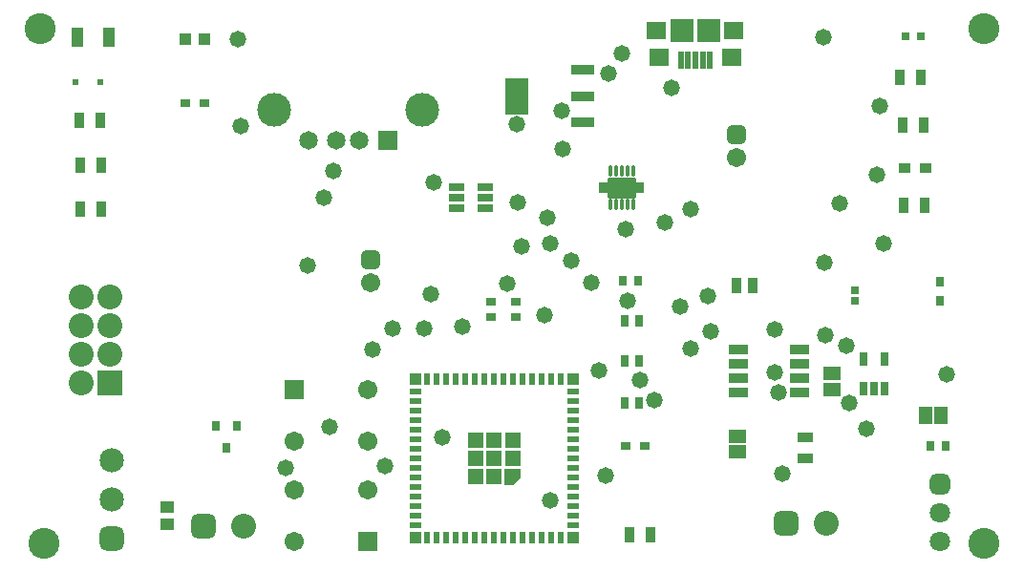
<source format=gbr>
G04*
G04 #@! TF.GenerationSoftware,Altium Limited,Altium Designer,25.8.1 (18)*
G04*
G04 Layer_Color=8388736*
%FSLAX44Y44*%
%MOMM*%
G71*
G04*
G04 #@! TF.SameCoordinates,0AA87B99-36C4-491F-804F-3ED42A066D7D*
G04*
G04*
G04 #@! TF.FilePolarity,Negative*
G04*
G01*
G75*
%ADD22R,0.9500X1.3500*%
%ADD23R,1.0000X0.9000*%
%ADD26R,2.1500X0.9500*%
%ADD28R,0.9500X1.4000*%
%ADD31R,0.6725X0.7154*%
%ADD32R,0.8000X0.9000*%
%ADD35R,0.6500X0.7000*%
%ADD37R,0.6587X0.8121*%
%ADD38R,1.4000X0.9500*%
%ADD39R,2.1500X3.2500*%
%ADD44R,0.8121X0.6587*%
%ADD46R,1.0587X1.0121*%
%ADD50R,1.0000X1.8000*%
%ADD51R,0.9000X0.8000*%
%ADD52R,1.5532X1.3032*%
%ADD53R,0.7532X1.2532*%
%ADD54R,1.7292X0.8532*%
G04:AMPARAMS|DCode=55|XSize=0.42mm|YSize=0.99mm|CornerRadius=0.1204mm|HoleSize=0mm|Usage=FLASHONLY|Rotation=0.000|XOffset=0mm|YOffset=0mm|HoleType=Round|Shape=RoundedRectangle|*
%AMROUNDEDRECTD55*
21,1,0.4200,0.7492,0,0,0.0*
21,1,0.1792,0.9900,0,0,0.0*
1,1,0.2408,0.0896,-0.3746*
1,1,0.2408,-0.0896,-0.3746*
1,1,0.2408,-0.0896,0.3746*
1,1,0.2408,0.0896,0.3746*
%
%ADD55ROUNDEDRECTD55*%
%ADD56R,0.8032X1.0032*%
%ADD57R,1.0032X0.6032*%
%ADD58R,1.2032X1.0032*%
%ADD59R,1.3032X1.5532*%
%ADD60R,0.6032X1.5532*%
%ADD61R,1.0032X1.0032*%
%ADD62R,1.4032X1.4032*%
%ADD63R,0.6000X0.6000*%
%ADD64R,0.8032X0.9032*%
%ADD65R,0.6032X1.0032*%
%ADD66R,1.4032X0.8032*%
G04:AMPARAMS|DCode=67|XSize=1.79mm|YSize=2.54mm|CornerRadius=0.1195mm|HoleSize=0mm|Usage=FLASHONLY|Rotation=270.000|XOffset=0mm|YOffset=0mm|HoleType=Round|Shape=RoundedRectangle|*
%AMROUNDEDRECTD67*
21,1,1.7900,2.3010,0,0,270.0*
21,1,1.5510,2.5400,0,0,270.0*
1,1,0.2390,-1.1505,-0.7755*
1,1,0.2390,-1.1505,0.7755*
1,1,0.2390,1.1505,0.7755*
1,1,0.2390,1.1505,-0.7755*
%
%ADD67ROUNDEDRECTD67*%
%ADD68R,2.1032X2.1032*%
%ADD69R,1.6532X1.5032*%
%ADD70R,1.8032X1.6032*%
%ADD71R,0.9032X0.4832*%
G04:AMPARAMS|DCode=72|XSize=1.7032mm|YSize=1.7032mm|CornerRadius=0.4766mm|HoleSize=0mm|Usage=FLASHONLY|Rotation=90.000|XOffset=0mm|YOffset=0mm|HoleType=Round|Shape=RoundedRectangle|*
%AMROUNDEDRECTD72*
21,1,1.7032,0.7500,0,0,90.0*
21,1,0.7500,1.7032,0,0,90.0*
1,1,0.9532,0.3750,0.3750*
1,1,0.9532,0.3750,-0.3750*
1,1,0.9532,-0.3750,-0.3750*
1,1,0.9532,-0.3750,0.3750*
%
%ADD72ROUNDEDRECTD72*%
%ADD73C,1.8032*%
G04:AMPARAMS|DCode=74|XSize=2.2032mm|YSize=2.2032mm|CornerRadius=0.6016mm|HoleSize=0mm|Usage=FLASHONLY|Rotation=0.000|XOffset=0mm|YOffset=0mm|HoleType=Round|Shape=RoundedRectangle|*
%AMROUNDEDRECTD74*
21,1,2.2032,1.0000,0,0,0.0*
21,1,1.0000,2.2032,0,0,0.0*
1,1,1.2032,0.5000,-0.5000*
1,1,1.2032,-0.5000,-0.5000*
1,1,1.2032,-0.5000,0.5000*
1,1,1.2032,0.5000,0.5000*
%
%ADD74ROUNDEDRECTD74*%
%ADD75C,2.2032*%
%ADD76R,2.2032X2.2032*%
%ADD77C,1.7032*%
%ADD78C,1.6532*%
%ADD79R,1.7032X1.7032*%
G04:AMPARAMS|DCode=80|XSize=2.1532mm|YSize=2.1532mm|CornerRadius=0.5891mm|HoleSize=0mm|Usage=FLASHONLY|Rotation=90.000|XOffset=0mm|YOffset=0mm|HoleType=Round|Shape=RoundedRectangle|*
%AMROUNDEDRECTD80*
21,1,2.1532,0.9750,0,0,90.0*
21,1,0.9750,2.1532,0,0,90.0*
1,1,1.1782,0.4875,0.4875*
1,1,1.1782,0.4875,-0.4875*
1,1,1.1782,-0.4875,-0.4875*
1,1,1.1782,-0.4875,0.4875*
%
%ADD80ROUNDEDRECTD80*%
%ADD81C,2.1532*%
%ADD82C,3.0032*%
%ADD83R,1.6532X1.6532*%
G04:AMPARAMS|DCode=84|XSize=1.8032mm|YSize=1.8032mm|CornerRadius=0.5016mm|HoleSize=0mm|Usage=FLASHONLY|Rotation=270.000|XOffset=0mm|YOffset=0mm|HoleType=Round|Shape=RoundedRectangle|*
%AMROUNDEDRECTD84*
21,1,1.8032,0.8000,0,0,270.0*
21,1,0.8000,1.8032,0,0,270.0*
1,1,1.0032,-0.4000,-0.4000*
1,1,1.0032,-0.4000,0.4000*
1,1,1.0032,0.4000,0.4000*
1,1,1.0032,0.4000,-0.4000*
%
%ADD84ROUNDEDRECTD84*%
%ADD85C,1.4732*%
%ADD86C,2.7432*%
G36*
X967070Y341030D02*
X981070D01*
Y333530D01*
X974570Y327030D01*
X967070D01*
Y341030D01*
D02*
G37*
D22*
X1187210Y504190D02*
D03*
X1172210D02*
D03*
D23*
X1339850Y608330D02*
D03*
X1321850D02*
D03*
D26*
X1036110Y694830D02*
D03*
Y671830D02*
D03*
Y648830D02*
D03*
D28*
X1096010Y283210D02*
D03*
X1316990Y688340D02*
D03*
X1319530Y646430D02*
D03*
X1339300Y575310D02*
D03*
X1077510Y283210D02*
D03*
X609600Y610870D02*
D03*
X608330Y650240D02*
D03*
X591100Y571500D02*
D03*
Y610870D02*
D03*
X589830Y650240D02*
D03*
X1335490Y688340D02*
D03*
X1338030Y646430D02*
D03*
X1320800Y575310D02*
D03*
X609600Y571500D02*
D03*
D31*
X1277620Y499791D02*
D03*
Y490220D02*
D03*
D32*
X1352550Y507220D02*
D03*
Y490220D02*
D03*
D35*
X1322540Y725170D02*
D03*
X1336040D02*
D03*
D37*
X1344513Y361950D02*
D03*
X1358047D02*
D03*
X1085414Y508000D02*
D03*
X1071880D02*
D03*
D38*
X1233170Y369020D02*
D03*
Y350520D02*
D03*
D39*
X978110Y671830D02*
D03*
D44*
X976630Y476250D02*
D03*
X955090Y489784D02*
D03*
Y476250D02*
D03*
X976630Y489784D02*
D03*
D46*
X683506Y722630D02*
D03*
X701040D02*
D03*
D50*
X587950Y723900D02*
D03*
X615950D02*
D03*
D51*
X701040Y665480D02*
D03*
X684040D02*
D03*
X1074420Y361950D02*
D03*
X1091420D02*
D03*
D52*
X1257300Y425480D02*
D03*
Y411480D02*
D03*
X1173480Y370220D02*
D03*
Y356220D02*
D03*
D53*
X1284630Y438450D02*
D03*
X1303630D02*
D03*
Y412450D02*
D03*
X1284630D02*
D03*
X1294130D02*
D03*
D54*
X1228540Y434340D02*
D03*
X1174300D02*
D03*
X1228540Y408940D02*
D03*
X1174300Y421640D02*
D03*
Y447040D02*
D03*
Y408940D02*
D03*
X1228540Y447040D02*
D03*
Y421640D02*
D03*
D55*
X1080610Y575800D02*
D03*
X1060610Y605300D02*
D03*
X1075610Y575800D02*
D03*
X1060610D02*
D03*
X1080610Y605300D02*
D03*
X1075610D02*
D03*
X1070610D02*
D03*
X1065610D02*
D03*
Y575800D02*
D03*
X1070610D02*
D03*
D56*
X1086000Y400050D02*
D03*
Y472440D02*
D03*
X1073000Y400050D02*
D03*
Y472440D02*
D03*
Y436880D02*
D03*
X1086000D02*
D03*
D57*
X1027570Y308030D02*
D03*
X887570Y384530D02*
D03*
Y367530D02*
D03*
Y376030D02*
D03*
Y359030D02*
D03*
X1027570Y299530D02*
D03*
Y291030D02*
D03*
X887570Y316530D02*
D03*
Y308030D02*
D03*
Y291030D02*
D03*
Y299530D02*
D03*
Y325030D02*
D03*
Y342030D02*
D03*
Y350530D02*
D03*
Y393030D02*
D03*
Y401530D02*
D03*
Y410030D02*
D03*
X1027570D02*
D03*
Y401530D02*
D03*
Y393030D02*
D03*
Y384530D02*
D03*
Y376030D02*
D03*
Y367530D02*
D03*
Y359030D02*
D03*
Y350530D02*
D03*
Y342030D02*
D03*
Y333530D02*
D03*
Y325030D02*
D03*
Y316530D02*
D03*
X887570Y333530D02*
D03*
D58*
X668020Y292340D02*
D03*
Y307340D02*
D03*
D59*
X1353820Y388620D02*
D03*
X1339820D02*
D03*
D60*
X1129450Y703500D02*
D03*
X1122950D02*
D03*
X1135950D02*
D03*
X1142450D02*
D03*
X1148950D02*
D03*
D61*
X1027570Y420530D02*
D03*
X887570D02*
D03*
X1027570Y280530D02*
D03*
X887570D02*
D03*
D62*
X974070Y367030D02*
D03*
X941070D02*
D03*
X957570D02*
D03*
X974070Y350530D02*
D03*
X957570D02*
D03*
Y334030D02*
D03*
X941070Y350530D02*
D03*
Y334030D02*
D03*
D63*
X608330Y684530D02*
D03*
X586330D02*
D03*
D64*
X710590Y379570D02*
D03*
X729590D02*
D03*
X720090Y359570D02*
D03*
D65*
X966070Y280530D02*
D03*
X957570D02*
D03*
X1017070D02*
D03*
X1000070D02*
D03*
X1008570D02*
D03*
X991570D02*
D03*
X974570D02*
D03*
X983070D02*
D03*
X940570D02*
D03*
X949070D02*
D03*
X923570D02*
D03*
X932070D02*
D03*
X906570D02*
D03*
X915070D02*
D03*
X898070D02*
D03*
Y420530D02*
D03*
X906570D02*
D03*
X915070D02*
D03*
X923570D02*
D03*
X932070D02*
D03*
X940570D02*
D03*
X949070D02*
D03*
X957570D02*
D03*
X966070D02*
D03*
X974570D02*
D03*
X983070D02*
D03*
X991570D02*
D03*
X1000070D02*
D03*
X1008570D02*
D03*
X1017070D02*
D03*
D66*
X949760Y572160D02*
D03*
Y591160D02*
D03*
Y581660D02*
D03*
X924760D02*
D03*
Y572160D02*
D03*
Y591160D02*
D03*
D67*
X1070610Y590550D02*
D03*
D68*
X1123950Y730250D02*
D03*
X1147950D02*
D03*
D69*
X1101700D02*
D03*
X1170200D02*
D03*
D70*
X1103950Y705750D02*
D03*
X1167950D02*
D03*
D71*
X1086109Y593091D02*
D03*
Y588090D02*
D03*
X1055109D02*
D03*
Y593091D02*
D03*
D72*
X1172210Y637220D02*
D03*
X848360Y526730D02*
D03*
D73*
X1352550Y276860D02*
D03*
Y302260D02*
D03*
D74*
X700330Y290830D02*
D03*
X1216660Y293370D02*
D03*
D75*
X735330Y290830D02*
D03*
X591820Y494030D02*
D03*
Y468630D02*
D03*
Y443230D02*
D03*
Y417830D02*
D03*
X617220Y494030D02*
D03*
Y468630D02*
D03*
Y443230D02*
D03*
X1251660Y293370D02*
D03*
D76*
X617220Y417830D02*
D03*
D77*
X1172210Y617220D02*
D03*
X848360Y506730D02*
D03*
X845300Y322220D02*
D03*
X780300Y366120D02*
D03*
X845300D02*
D03*
Y411120D02*
D03*
X780300Y277220D02*
D03*
Y322220D02*
D03*
D78*
X793040Y632450D02*
D03*
X838040D02*
D03*
X818040D02*
D03*
D79*
X780300Y411120D02*
D03*
X845300Y277220D02*
D03*
D80*
X618490Y279250D02*
D03*
D81*
Y314250D02*
D03*
Y349250D02*
D03*
D82*
X762340Y659550D02*
D03*
X893740D02*
D03*
D83*
X863040Y632450D02*
D03*
D84*
X1352550Y327660D02*
D03*
D85*
X1250442Y524510D02*
D03*
X1250950Y459740D02*
D03*
X1131570Y571500D02*
D03*
X1059180Y692150D02*
D03*
X1149350Y463550D02*
D03*
X1206500Y464820D02*
D03*
X1122680Y485362D02*
D03*
X1269492Y450596D02*
D03*
X811530Y378460D02*
D03*
X849630Y447040D02*
D03*
X1115060Y679450D02*
D03*
X978110Y646640D02*
D03*
X911860Y369570D02*
D03*
X861060Y344170D02*
D03*
X1099820Y402050D02*
D03*
X1002030Y477520D02*
D03*
X1007110Y313690D02*
D03*
X1026160Y525780D02*
D03*
X1146810Y494442D02*
D03*
X1263650Y576580D02*
D03*
X867410Y465360D02*
D03*
X929300Y467468D02*
D03*
X895350Y465360D02*
D03*
X806450Y581850D02*
D03*
X981710Y538480D02*
D03*
X1007110Y541020D02*
D03*
X1131570Y448310D02*
D03*
X1075690Y490220D02*
D03*
X1206500Y426720D02*
D03*
X1209294Y408940D02*
D03*
X1287780Y377190D02*
D03*
X1272230Y400050D02*
D03*
X901700Y496570D02*
D03*
X815340Y605790D02*
D03*
X792480Y521970D02*
D03*
X772926Y341830D02*
D03*
X1108710Y560070D02*
D03*
X1299210Y662940D02*
D03*
X1296670Y601980D02*
D03*
X1303020Y541020D02*
D03*
X978884Y577310D02*
D03*
X1004570Y563880D02*
D03*
X1074420Y553720D02*
D03*
X969010Y505460D02*
D03*
X1017270Y659130D02*
D03*
X1043940Y506730D02*
D03*
X1070610Y709930D02*
D03*
X1056640Y335280D02*
D03*
X1087120Y420370D02*
D03*
X1018540Y624840D02*
D03*
X904240Y595630D02*
D03*
X1358900Y425450D02*
D03*
X1249680Y723900D02*
D03*
X732790Y645160D02*
D03*
X730250Y722630D02*
D03*
X1213358Y336804D02*
D03*
X1050290Y428244D02*
D03*
D86*
X1391920Y731520D02*
D03*
X554990D02*
D03*
X1391920Y275590D02*
D03*
X558800D02*
D03*
M02*

</source>
